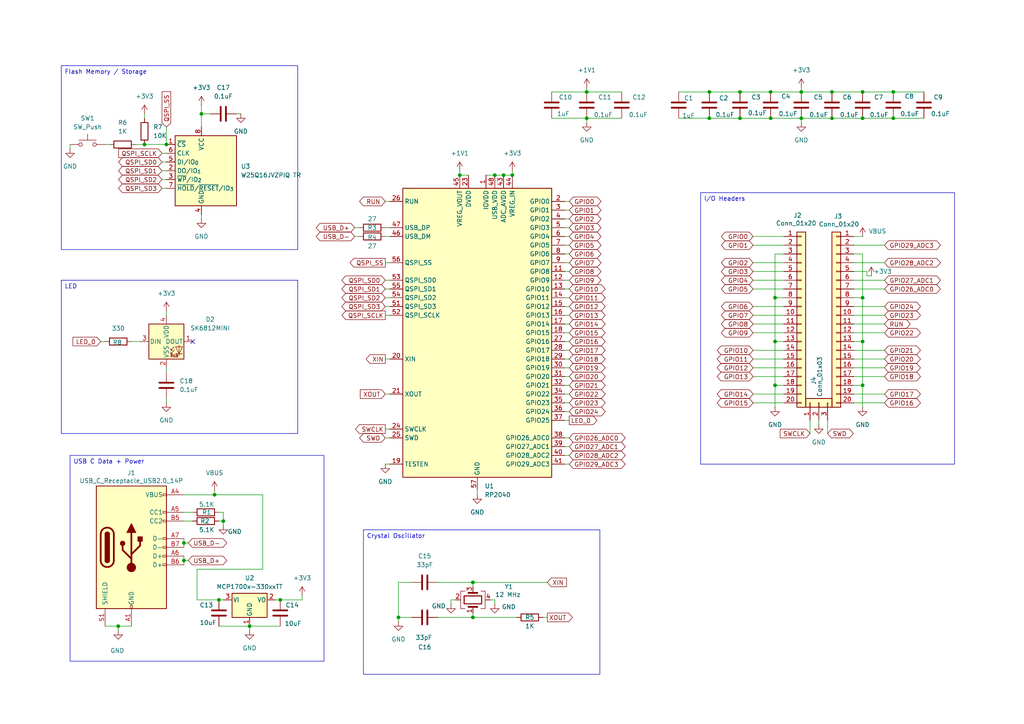
<source format=kicad_sch>
(kicad_sch (version 20250114) (generator "eeschema") (generator_version "9.0")
  (paper "A4")
  (lib_symbols
    (symbol "Connector:USB_C_Receptacle_USB2.0_14P" (pin_names (offset 1.016))
      (property "Reference" "J" (at 0 22.225 0))
      (property "Value" "USB_C_Receptacle_USB2.0_14P" (at 0 19.685 0))
      (symbol "USB_C_Receptacle_USB2.0_14P_1_1"
        (pin passive line (at -7.62 -22.86 90) (length 5.08) (name "SHIELD") (number "S1"))
        (pin passive line (at 0 -22.86 90) (length 5.08) (name "GND") (number "A1"))
        (pin passive line (at 0 -22.86 90) (length 5.08) (hide yes) (name "GND") (number "A12"))
        (pin passive line (at 0 -22.86 90) (length 5.08) (hide yes) (name "GND") (number "B1"))
        (pin passive line (at 0 -22.86 90) (length 5.08) (hide yes) (name "GND") (number "B12"))
        (pin passive line (at 15.24 15.24 180) (length 5.08) (name "VBUS") (number "A4"))
        (pin passive line (at 15.24 15.24 180) (length 5.08) (hide yes) (name "VBUS") (number "A9"))
        (pin passive line (at 15.24 15.24 180) (length 5.08) (hide yes) (name "VBUS") (number "B4"))
        (pin passive line (at 15.24 15.24 180) (length 5.08) (hide yes) (name "VBUS") (number "B9"))
        (pin bidirectional line (at 15.24 10.16 180) (length 5.08) (name "CC1") (number "A5"))
        (pin bidirectional line (at 15.24 7.62 180) (length 5.08) (name "CC2") (number "B5"))
        (pin bidirectional line (at 15.24 2.54 180) (length 5.08) (name "D-") (number "A7"))
        (pin bidirectional line (at 15.24 0 180) (length 5.08) (name "D-") (number "B7"))
        (pin bidirectional line (at 15.24 -2.54 180) (length 5.08) (name "D+") (number "A6"))
        (pin bidirectional line (at 15.24 -5.08 180) (length 5.08) (name "D+") (number "B6"))
      )
    )
    (symbol "Connector_Generic:Conn_01x03" (pin_names (offset 1.016) (hide yes))
      (property "Reference" "J" (at 0 5.08 0))
      (property "Value" "Conn_01x03" (at 0 -5.08 0))
      (symbol "Conn_01x03_1_1"
        (pin passive line (at -5.08 2.54 0) (length 3.81) (name "Pin_1") (number "1"))
        (pin passive line (at -5.08 0 0) (length 3.81) (name "Pin_2") (number "2"))
        (pin passive line (at -5.08 -2.54 0) (length 3.81) (name "Pin_3") (number "3"))
      )
    )
    (symbol "Connector_Generic:Conn_01x20" (pin_names (offset 1.016) (hide yes))
      (property "Reference" "J" (at 0 25.4 0))
      (property "Value" "Conn_01x20" (at 0 -27.94 0))
      (symbol "Conn_01x20_1_1"
        (pin passive line (at -5.08 22.86 0) (length 3.81) (name "Pin_1") (number "1"))
        (pin passive line (at -5.08 20.32 0) (length 3.81) (name "Pin_2") (number "2"))
        (pin passive line (at -5.08 17.78 0) (length 3.81) (name "Pin_3") (number "3"))
        (pin passive line (at -5.08 15.24 0) (length 3.81) (name "Pin_4") (number "4"))
        (pin passive line (at -5.08 12.7 0) (length 3.81) (name "Pin_5") (number "5"))
        (pin passive line (at -5.08 10.16 0) (length 3.81) (name "Pin_6") (number "6"))
        (pin passive line (at -5.08 7.62 0) (length 3.81) (name "Pin_7") (number "7"))
        (pin passive line (at -5.08 5.08 0) (length 3.81) (name "Pin_8") (number "8"))
        (pin passive line (at -5.08 2.54 0) (length 3.81) (name "Pin_9") (number "9"))
        (pin passive line (at -5.08 0 0) (length 3.81) (name "Pin_10") (number "10"))
        (pin passive line (at -5.08 -2.54 0) (length 3.81) (name "Pin_11") (number "11"))
        (pin passive line (at -5.08 -5.08 0) (length 3.81) (name "Pin_12") (number "12"))
        (pin passive line (at -5.08 -7.62 0) (length 3.81) (name "Pin_13") (number "13"))
        (pin passive line (at -5.08 -10.16 0) (length 3.81) (name "Pin_14") (number "14"))
        (pin passive line (at -5.08 -12.7 0) (length 3.81) (name "Pin_15") (number "15"))
        (pin passive line (at -5.08 -15.24 0) (length 3.81) (name "Pin_16") (number "16"))
        (pin passive line (at -5.08 -17.78 0) (length 3.81) (name "Pin_17") (number "17"))
        (pin passive line (at -5.08 -20.32 0) (length 3.81) (name "Pin_18") (number "18"))
        (pin passive line (at -5.08 -22.86 0) (length 3.81) (name "Pin_19") (number "19"))
        (pin passive line (at -5.08 -25.4 0) (length 3.81) (name "Pin_20") (number "20"))
      )
    )
    (symbol "Device:C" (pin_numbers (hide yes)) (pin_names (offset 0.254))
      (property "Reference" "C" (at 0.635 2.54 0))
      (property "Value" "C" (at 0.635 -2.54 0))
      (symbol "C_1_1"
        (pin passive line (at 0 3.81 270) (length 2.794) (name "~") (number "1"))
        (pin passive line (at 0 -3.81 90) (length 2.794) (name "~") (number "2"))
      )
    )
    (symbol "Device:Crystal_GND24" (pin_names (offset 1.016) (hide yes))
      (property "Reference" "Y" (at 3.175 5.08 0))
      (property "Value" "Crystal_GND24" (at 3.175 3.175 0))
      (symbol "Crystal_GND24_1_1"
        (pin passive line (at -3.81 0 0) (length 1.27) (name "1") (number "1"))
        (pin passive line (at 0 5.08 270) (length 1.27) (name "2") (number "2"))
        (pin passive line (at 0 -5.08 90) (length 1.27) (name "4") (number "4"))
        (pin passive line (at 3.81 0 180) (length 1.27) (name "3") (number "3"))
      )
    )
    (symbol "Device:R" (pin_numbers (hide yes)) (pin_names (offset 0))
      (property "Reference" "R" (at 2.032 0 90))
      (property "Value" "R" (at 0 0 90))
      (symbol "R_1_1"
        (pin passive line (at 0 3.81 270) (length 1.27) (name "~") (number "1"))
        (pin passive line (at 0 -3.81 90) (length 1.27) (name "~") (number "2"))
      )
    )
    (symbol "LED:SK6812MINI" (pin_names (offset 0.254))
      (property "Reference" "D" (at 5.08 5.715 0))
      (property "Value" "SK6812MINI" (at 1.27 -5.715 0))
      (symbol "SK6812MINI_0_0"
        (text "RGB" (at 2.286 -4.191 0) (effects (font (size 0.762 0.762))))
      )
      (symbol "SK6812MINI_1_1"
        (pin input line (at -7.62 0 0) (length 2.54) (name "DIN") (number "3"))
        (pin power_in line (at 0 7.62 270) (length 2.54) (name "VDD") (number "4"))
        (pin power_in line (at 0 -7.62 90) (length 2.54) (name "VSS") (number "2"))
        (pin output line (at 7.62 0 180) (length 2.54) (name "DOUT") (number "1"))
      )
    )
    (symbol "MCU_RaspberryPi:RP2040"
      (property "Reference" "U" (at 17.78 45.72 0))
      (property "Value" "RP2040" (at 17.78 43.18 0))
      (symbol "RP2040_1_1"
        (pin input line (at -25.4 38.1 0) (length 3.81) (name "RUN") (number "26"))
        (pin bidirectional line (at -25.4 30.48 0) (length 3.81) (name "USB_DP") (number "47"))
        (pin bidirectional line (at -25.4 27.94 0) (length 3.81) (name "USB_DM") (number "46"))
        (pin bidirectional line (at -25.4 20.32 0) (length 3.81) (name "QSPI_SS") (number "56"))
        (pin bidirectional line (at -25.4 15.24 0) (length 3.81) (name "QSPI_SD0") (number "53"))
        (pin bidirectional line (at -25.4 12.7 0) (length 3.81) (name "QSPI_SD1") (number "55"))
        (pin bidirectional line (at -25.4 10.16 0) (length 3.81) (name "QSPI_SD2") (number "54"))
        (pin bidirectional line (at -25.4 7.62 0) (length 3.81) (name "QSPI_SD3") (number "51"))
        (pin output line (at -25.4 5.08 0) (length 3.81) (name "QSPI_SCLK") (number "52"))
        (pin input line (at -25.4 -7.62 0) (length 3.81) (name "XIN") (number "20"))
        (pin passive line (at -25.4 -17.78 0) (length 3.81) (name "XOUT") (number "21"))
        (pin input line (at -25.4 -27.94 0) (length 3.81) (name "SWCLK") (number "24"))
        (pin bidirectional line (at -25.4 -30.48 0) (length 3.81) (name "SWD") (number "25"))
        (pin input line (at -25.4 -38.1 0) (length 3.81) (name "TESTEN") (number "19"))
        (pin power_out line (at -5.08 45.72 270) (length 3.81) (name "VREG_VOUT") (number "45"))
        (pin power_in line (at -2.54 45.72 270) (length 3.81) (name "DVDD") (number "23"))
        (pin passive line (at -2.54 45.72 270) (length 3.81) (hide yes) (name "DVDD") (number "50"))
        (pin power_in line (at 0 -45.72 90) (length 3.81) (name "GND") (number "57"))
        (pin power_in line (at 2.54 45.72 270) (length 3.81) (name "IOVDD") (number "1"))
        (pin passive line (at 2.54 45.72 270) (length 3.81) (hide yes) (name "IOVDD") (number "10"))
        (pin passive line (at 2.54 45.72 270) (length 3.81) (hide yes) (name "IOVDD") (number "22"))
        (pin passive line (at 2.54 45.72 270) (length 3.81) (hide yes) (name "IOVDD") (number "33"))
        (pin passive line (at 2.54 45.72 270) (length 3.81) (hide yes) (name "IOVDD") (number "42"))
        (pin passive line (at 2.54 45.72 270) (length 3.81) (hide yes) (name "IOVDD") (number "49"))
        (pin power_in line (at 5.08 45.72 270) (length 3.81) (name "USB_VDD") (number "48"))
        (pin power_in line (at 7.62 45.72 270) (length 3.81) (name "ADC_AVDD") (number "43"))
        (pin power_in line (at 10.16 45.72 270) (length 3.81) (name "VREG_IN") (number "44"))
        (pin bidirectional line (at 25.4 38.1 180) (length 3.81) (name "GPIO0") (number "2"))
        (pin bidirectional line (at 25.4 35.56 180) (length 3.81) (name "GPIO1") (number "3"))
        (pin bidirectional line (at 25.4 33.02 180) (length 3.81) (name "GPIO2") (number "4"))
        (pin bidirectional line (at 25.4 30.48 180) (length 3.81) (name "GPIO3") (number "5"))
        (pin bidirectional line (at 25.4 27.94 180) (length 3.81) (name "GPIO4") (number "6"))
        (pin bidirectional line (at 25.4 25.4 180) (length 3.81) (name "GPIO5") (number "7"))
        (pin bidirectional line (at 25.4 22.86 180) (length 3.81) (name "GPIO6") (number "8"))
        (pin bidirectional line (at 25.4 20.32 180) (length 3.81) (name "GPIO7") (number "9"))
        (pin bidirectional line (at 25.4 17.78 180) (length 3.81) (name "GPIO8") (number "11"))
        (pin bidirectional line (at 25.4 15.24 180) (length 3.81) (name "GPIO9") (number "12"))
        (pin bidirectional line (at 25.4 12.7 180) (length 3.81) (name "GPIO10") (number "13"))
        (pin bidirectional line (at 25.4 10.16 180) (length 3.81) (name "GPIO11") (number "14"))
        (pin bidirectional line (at 25.4 7.62 180) (length 3.81) (name "GPIO12") (number "15"))
        (pin bidirectional line (at 25.4 5.08 180) (length 3.81) (name "GPIO13") (number "16"))
        (pin bidirectional line (at 25.4 2.54 180) (length 3.81) (name "GPIO14") (number "17"))
        (pin bidirectional line (at 25.4 0 180) (length 3.81) (name "GPIO15") (number "18"))
        (pin bidirectional line (at 25.4 -2.54 180) (length 3.81) (name "GPIO16") (number "27"))
        (pin bidirectional line (at 25.4 -5.08 180) (length 3.81) (name "GPIO17") (number "28"))
        (pin bidirectional line (at 25.4 -7.62 180) (length 3.81) (name "GPIO18") (number "29"))
        (pin bidirectional line (at 25.4 -10.16 180) (length 3.81) (name "GPIO19") (number "30"))
        (pin bidirectional line (at 25.4 -12.7 180) (length 3.81) (name "GPIO20") (number "31"))
        (pin bidirectional line (at 25.4 -15.24 180) (length 3.81) (name "GPIO21") (number "32"))
        (pin bidirectional line (at 25.4 -17.78 180) (length 3.81) (name "GPIO22") (number "34"))
        (pin bidirectional line (at 25.4 -20.32 180) (length 3.81) (name "GPIO23") (number "35"))
        (pin bidirectional line (at 25.4 -22.86 180) (length 3.81) (name "GPIO24") (number "36"))
        (pin bidirectional line (at 25.4 -25.4 180) (length 3.81) (name "GPIO25") (number "37"))
        (pin bidirectional line (at 25.4 -30.48 180) (length 3.81) (name "GPIO26_ADC0") (number "38"))
        (pin bidirectional line (at 25.4 -33.02 180) (length 3.81) (name "GPIO27_ADC1") (number "39"))
        (pin bidirectional line (at 25.4 -35.56 180) (length 3.81) (name "GPIO28_ADC2") (number "40"))
        (pin bidirectional line (at 25.4 -38.1 180) (length 3.81) (name "GPIO29_ADC3") (number "41"))
      )
    )
    (symbol "Memory_Flash:W25Q128JVS"
      (property "Reference" "U" (at -6.35 11.43 0))
      (property "Value" "W25Q128JVS" (at 7.62 11.43 0))
      (symbol "W25Q128JVS_1_1"
        (pin input line (at -10.16 7.62 0) (length 2.54) (name "~{CS}") (number "1"))
        (pin input line (at -10.16 5.08 0) (length 2.54) (name "CLK") (number "6"))
        (pin bidirectional line (at -10.16 2.54 0) (length 2.54) (name "DI/IO_{0}") (number "5"))
        (pin bidirectional line (at -10.16 0 0) (length 2.54) (name "DO/IO_{1}") (number "2"))
        (pin bidirectional line (at -10.16 -2.54 0) (length 2.54) (name "~{WP}/IO_{2}") (number "3"))
        (pin bidirectional line (at -10.16 -5.08 0) (length 2.54) (name "~{HOLD}/~{RESET}/IO_{3}") (number "7"))
        (pin power_in line (at 0 12.7 270) (length 2.54) (name "VCC") (number "8"))
        (pin power_in line (at 0 -12.7 90) (length 2.54) (name "GND") (number "4"))
      )
    )
    (symbol "Regulator_Linear:MCP1700x-330xxTT" (pin_names (offset 0.254))
      (property "Reference" "U" (at -3.81 3.175 0))
      (property "Value" "MCP1700x-330xxTT" (at 0 3.175 0))
      (symbol "MCP1700x-330xxTT_1_1"
        (pin power_in line (at -7.62 0 0) (length 2.54) (name "VI") (number "3"))
        (pin power_in line (at 0 -7.62 90) (length 2.54) (name "GND") (number "1"))
        (pin power_out line (at 7.62 0 180) (length 2.54) (name "VO") (number "2"))
      )
    )
    (symbol "Switch:SW_Push" (pin_numbers (hide yes)) (pin_names (offset 1.016) (hide yes))
      (property "Reference" "SW" (at 1.27 2.54 0))
      (property "Value" "SW_Push" (at 0 -1.524 0))
      (symbol "SW_Push_0_1"
        (pin passive line (at -5.08 0 0) (length 2.54) (name "1") (number "1"))
        (pin passive line (at 5.08 0 180) (length 2.54) (name "2") (number "2"))
      )
    )
    (symbol "power:+1V1" (power) (pin_numbers (hide yes)) (pin_names (offset 0) (hide yes))
      (property "Value" "+1V1" (at 0 3.556 0))
      (symbol "+1V1_1_1"
        (pin power_in line (at 0 0 90) (length 0) (name "~") (number "1"))
      )
    )
    (symbol "power:+3V3" (power) (pin_numbers (hide yes)) (pin_names (offset 0) (hide yes))
      (property "Value" "+3V3" (at 0 3.556 0))
      (symbol "+3V3_1_1"
        (pin power_in line (at 0 0 90) (length 0) (name "~") (number "1"))
      )
    )
    (symbol "power:GND" (power) (pin_numbers (hide yes)) (pin_names (offset 0) (hide yes))
      (property "Value" "GND" (at 0 -3.81 0))
      (symbol "GND_1_1"
        (pin power_in line (at 0 0 270) (length 0) (name "~") (number "1"))
      )
    )
    (symbol "power:VBUS" (power) (pin_numbers (hide yes)) (pin_names (offset 0) (hide yes))
      (property "Value" "VBUS" (at 0 3.556 0))
      (symbol "VBUS_1_1"
        (pin power_in line (at 0 0 90) (length 0) (name "~") (number "1"))
      )
    )
  )
  (text_box "Crystal Oscillator" (at 105.41 153.67 0) (size 68.58 41.91) (margins 0.9525 0.9525 0.9525 0.9525) (effects (font (size 1.27 1.27)) (justify left top)))
  (text_box "Flash Memory / Storage" (at 17.78 19.05 0) (size 68.58 53.34) (margins 0.9525 0.9525 0.9525 0.9525) (effects (font (size 1.27 1.27)) (justify left top)))
  (text_box "I/O Headers" (at 203.2 55.88 0) (size 73.66 78.74) (margins 0.9525 0.9525 0.9525 0.9525) (effects (font (size 1.27 1.27)) (justify left top)))
  (text_box "USB C Data + Power" (at 20.32 132.08 0) (size 73.66 59.69) (margins 0.9525 0.9525 0.9525 0.9525) (effects (font (size 1.27 1.27)) (justify left top)))
  (text_box "LED" (at 17.78 81.28 0) (size 68.58 44.45) (margins 0.9525 0.9525 0.9525 0.9525) (effects (font (size 1.27 1.27)) (justify left top)))
  (junction (at 223.52 26.67))
  (junction (at 133.35 50.8))
  (junction (at 214.63 26.67))
  (junction (at 143.51 50.8))
  (junction (at 148.59 50.8))
  (junction (at 224.79 86.36))
  (junction (at 250.19 111.76))
  (junction (at 250.19 34.29))
  (junction (at 81.28 173.99))
  (junction (at 62.23 143.51))
  (junction (at 241.3 26.67))
  (junction (at 64.77 151.13))
  (junction (at 170.18 26.67))
  (junction (at 34.29 181.61))
  (junction (at 170.18 34.29))
  (junction (at 53.34 157.48))
  (junction (at 137.16 179.07))
  (junction (at 250.19 99.06))
  (junction (at 232.41 26.67))
  (junction (at 48.26 41.91))
  (junction (at 214.63 34.29))
  (junction (at 250.19 26.67))
  (junction (at 115.57 179.07))
  (junction (at 259.08 26.67))
  (junction (at 205.74 26.67))
  (junction (at 205.74 34.29))
  (junction (at 250.19 86.36))
  (junction (at 146.05 50.8))
  (junction (at 41.91 41.91))
  (junction (at 72.39 181.61))
  (junction (at 232.41 34.29))
  (junction (at 137.16 168.91))
  (junction (at 259.08 34.29))
  (junction (at 224.79 111.76))
  (junction (at 53.34 162.56))
  (junction (at 63.5 173.99))
  (junction (at 224.79 99.06))
  (junction (at 223.52 34.29))
  (junction (at 58.42 33.02))
  (junction (at 241.3 34.29))
  (no_connect (at 55.88 99.06))
  (wire (pts (xy 163.83 96.52) (xy 165.1 96.52)))
  (wire (pts (xy 163.83 114.3) (xy 165.1 114.3)))
  (wire (pts (xy 247.65 109.22) (xy 256.54 109.22)))
  (wire (pts (xy 224.79 73.66) (xy 224.79 86.36)))
  (wire (pts (xy 143.51 173.99) (xy 142.24 173.99)))
  (wire (pts (xy 250.19 86.36) (xy 250.19 99.06)))
  (wire (pts (xy 241.3 26.67) (xy 250.19 26.67)))
  (wire (pts (xy 119.38 168.91) (xy 115.57 168.91)))
  (wire (pts (xy 240.03 121.92) (xy 240.03 125.73)))
  (wire (pts (xy 137.16 168.91) (xy 137.16 170.18)))
  (wire (pts (xy 58.42 30.48) (xy 58.42 33.02)))
  (wire (pts (xy 163.83 76.2) (xy 165.1 76.2)))
  (wire (pts (xy 224.79 99.06) (xy 227.33 99.06)))
  (wire (pts (xy 115.57 179.07) (xy 119.38 179.07)))
  (wire (pts (xy 170.18 34.29) (xy 170.18 35.56)))
  (wire (pts (xy 62.23 143.51) (xy 76.2 143.51)))
  (wire (pts (xy 163.83 119.38) (xy 165.1 119.38)))
  (wire (pts (xy 218.44 93.98) (xy 227.33 93.98)))
  (wire (pts (xy 224.79 99.06) (xy 224.79 111.76)))
  (wire (pts (xy 250.19 26.67) (xy 259.08 26.67)))
  (wire (pts (xy 205.74 34.29) (xy 214.63 34.29)))
  (wire (pts (xy 259.08 34.29) (xy 267.97 34.29)))
  (wire (pts (xy 102.87 68.58) (xy 104.14 68.58)))
  (wire (pts (xy 241.3 34.29) (xy 250.19 34.29)))
  (wire (pts (xy 247.65 114.3) (xy 256.54 114.3)))
  (wire (pts (xy 53.34 156.21) (xy 53.34 157.48)))
  (wire (pts (xy 143.51 175.26) (xy 143.51 173.99)))
  (wire (pts (xy 163.83 86.36) (xy 165.1 86.36)))
  (wire (pts (xy 247.65 88.9) (xy 256.54 88.9)))
  (wire (pts (xy 111.76 76.2) (xy 113.03 76.2)))
  (wire (pts (xy 111.76 66.04) (xy 113.03 66.04)))
  (wire (pts (xy 247.65 96.52) (xy 256.54 96.52)))
  (wire (pts (xy 247.65 71.12) (xy 256.54 71.12)))
  (wire (pts (xy 102.87 66.04) (xy 104.14 66.04)))
  (wire (pts (xy 76.2 165.1) (xy 57.15 165.1)))
  (wire (pts (xy 46.99 46.99) (xy 48.26 46.99)))
  (wire (pts (xy 111.76 58.42) (xy 113.03 58.42)))
  (wire (pts (xy 227.33 73.66) (xy 224.79 73.66)))
  (wire (pts (xy 58.42 62.23) (xy 58.42 63.5)))
  (wire (pts (xy 218.44 116.84) (xy 227.33 116.84)))
  (wire (pts (xy 111.76 124.46) (xy 113.03 124.46)))
  (wire (pts (xy 111.76 104.14) (xy 113.03 104.14)))
  (wire (pts (xy 137.16 179.07) (xy 149.86 179.07)))
  (wire (pts (xy 163.83 73.66) (xy 165.1 73.66)))
  (wire (pts (xy 232.41 34.29) (xy 241.3 34.29)))
  (wire (pts (xy 63.5 181.61) (xy 72.39 181.61)))
  (wire (pts (xy 163.83 88.9) (xy 165.1 88.9)))
  (wire (pts (xy 132.08 173.99) (xy 130.81 173.99)))
  (wire (pts (xy 247.65 104.14) (xy 256.54 104.14)))
  (wire (pts (xy 34.29 181.61) (xy 34.29 182.88)))
  (wire (pts (xy 53.34 161.29) (xy 53.34 162.56)))
  (wire (pts (xy 196.85 26.67) (xy 205.74 26.67)))
  (wire (pts (xy 143.51 50.8) (xy 146.05 50.8)))
  (wire (pts (xy 218.44 68.58) (xy 227.33 68.58)))
  (wire (pts (xy 247.65 68.58) (xy 250.19 68.58)))
  (wire (pts (xy 148.59 49.53) (xy 148.59 50.8)))
  (wire (pts (xy 53.34 157.48) (xy 53.34 158.75)))
  (wire (pts (xy 63.5 148.59) (xy 64.77 148.59)))
  (wire (pts (xy 218.44 88.9) (xy 227.33 88.9)))
  (wire (pts (xy 247.65 78.74) (xy 251.46 78.74)))
  (wire (pts (xy 63.5 151.13) (xy 64.77 151.13)))
  (wire (pts (xy 72.39 181.61) (xy 81.28 181.61)))
  (wire (pts (xy 250.19 99.06) (xy 250.19 111.76)))
  (wire (pts (xy 247.65 106.68) (xy 256.54 106.68)))
  (wire (pts (xy 247.65 111.76) (xy 250.19 111.76)))
  (wire (pts (xy 111.76 88.9) (xy 113.03 88.9)))
  (wire (pts (xy 41.91 41.91) (xy 48.26 41.91)))
  (wire (pts (xy 251.46 78.74) (xy 251.46 80.01)))
  (wire (pts (xy 247.65 116.84) (xy 256.54 116.84)))
  (wire (pts (xy 259.08 26.67) (xy 267.97 26.67)))
  (wire (pts (xy 223.52 34.29) (xy 232.41 34.29)))
  (wire (pts (xy 163.83 106.68) (xy 165.1 106.68)))
  (wire (pts (xy 137.16 179.07) (xy 137.16 177.8)))
  (wire (pts (xy 68.58 33.02) (xy 69.85 33.02)))
  (wire (pts (xy 232.41 25.4) (xy 232.41 26.67)))
  (wire (pts (xy 38.1 99.06) (xy 40.64 99.06)))
  (wire (pts (xy 72.39 181.61) (xy 72.39 182.88)))
  (wire (pts (xy 163.83 132.08) (xy 165.1 132.08)))
  (wire (pts (xy 53.34 162.56) (xy 54.61 162.56)))
  (wire (pts (xy 224.79 86.36) (xy 227.33 86.36)))
  (wire (pts (xy 163.83 78.74) (xy 165.1 78.74)))
  (wire (pts (xy 218.44 83.82) (xy 227.33 83.82)))
  (wire (pts (xy 196.85 34.29) (xy 205.74 34.29)))
  (wire (pts (xy 218.44 91.44) (xy 227.33 91.44)))
  (wire (pts (xy 53.34 157.48) (xy 54.61 157.48)))
  (wire (pts (xy 163.83 81.28) (xy 165.1 81.28)))
  (wire (pts (xy 111.76 134.62) (xy 113.03 134.62)))
  (wire (pts (xy 48.26 115.57) (xy 48.26 116.84)))
  (wire (pts (xy 48.26 36.83) (xy 48.26 41.91)))
  (wire (pts (xy 234.95 121.92) (xy 234.95 125.73)))
  (wire (pts (xy 53.34 162.56) (xy 53.34 163.83)))
  (wire (pts (xy 111.76 114.3) (xy 113.03 114.3)))
  (wire (pts (xy 247.65 86.36) (xy 250.19 86.36)))
  (wire (pts (xy 80.01 173.99) (xy 81.28 173.99)))
  (wire (pts (xy 232.41 34.29) (xy 232.41 35.56)))
  (wire (pts (xy 53.34 143.51) (xy 62.23 143.51)))
  (wire (pts (xy 29.21 99.06) (xy 30.48 99.06)))
  (wire (pts (xy 64.77 148.59) (xy 64.77 151.13)))
  (wire (pts (xy 111.76 68.58) (xy 113.03 68.58)))
  (wire (pts (xy 170.18 26.67) (xy 180.34 26.67)))
  (wire (pts (xy 218.44 81.28) (xy 227.33 81.28)))
  (wire (pts (xy 163.83 66.04) (xy 165.1 66.04)))
  (wire (pts (xy 218.44 78.74) (xy 227.33 78.74)))
  (wire (pts (xy 218.44 96.52) (xy 227.33 96.52)))
  (wire (pts (xy 163.83 71.12) (xy 165.1 71.12)))
  (wire (pts (xy 165.1 121.92) (xy 163.83 121.92)))
  (wire (pts (xy 53.34 148.59) (xy 55.88 148.59)))
  (wire (pts (xy 163.83 91.44) (xy 165.1 91.44)))
  (wire (pts (xy 163.83 63.5) (xy 165.1 63.5)))
  (wire (pts (xy 247.65 73.66) (xy 250.19 73.66)))
  (wire (pts (xy 62.23 142.24) (xy 62.23 143.51)))
  (wire (pts (xy 58.42 33.02) (xy 58.42 36.83)))
  (wire (pts (xy 127 168.91) (xy 137.16 168.91)))
  (wire (pts (xy 224.79 86.36) (xy 224.79 99.06)))
  (wire (pts (xy 163.83 109.22) (xy 165.1 109.22)))
  (wire (pts (xy 130.81 173.99) (xy 130.81 175.26)))
  (wire (pts (xy 34.29 181.61) (xy 38.1 181.61)))
  (wire (pts (xy 170.18 34.29) (xy 180.34 34.29)))
  (wire (pts (xy 218.44 71.12) (xy 227.33 71.12)))
  (wire (pts (xy 224.79 111.76) (xy 224.79 118.11)))
  (wire (pts (xy 251.46 80.01) (xy 252.73 80.01)))
  (wire (pts (xy 87.63 172.72) (xy 87.63 173.99)))
  (wire (pts (xy 81.28 173.99) (xy 87.63 173.99)))
  (wire (pts (xy 163.83 134.62) (xy 165.1 134.62)))
  (wire (pts (xy 223.52 26.67) (xy 232.41 26.67)))
  (wire (pts (xy 163.83 116.84) (xy 165.1 116.84)))
  (wire (pts (xy 247.65 81.28) (xy 256.54 81.28)))
  (wire (pts (xy 218.44 101.6) (xy 227.33 101.6)))
  (wire (pts (xy 53.34 151.13) (xy 55.88 151.13)))
  (wire (pts (xy 137.16 168.91) (xy 158.75 168.91)))
  (wire (pts (xy 46.99 54.61) (xy 48.26 54.61)))
  (wire (pts (xy 247.65 99.06) (xy 250.19 99.06)))
  (wire (pts (xy 20.32 41.91) (xy 20.32 43.18)))
  (wire (pts (xy 163.83 104.14) (xy 165.1 104.14)))
  (wire (pts (xy 111.76 127) (xy 113.03 127)))
  (wire (pts (xy 48.26 90.17) (xy 48.26 91.44)))
  (wire (pts (xy 63.5 173.99) (xy 64.77 173.99)))
  (wire (pts (xy 57.15 165.1) (xy 57.15 173.99)))
  (wire (pts (xy 64.77 151.13) (xy 64.77 152.4)))
  (wire (pts (xy 160.02 26.67) (xy 170.18 26.67)))
  (wire (pts (xy 232.41 26.67) (xy 241.3 26.67)))
  (wire (pts (xy 160.02 34.29) (xy 170.18 34.29)))
  (wire (pts (xy 247.65 101.6) (xy 256.54 101.6)))
  (wire (pts (xy 163.83 93.98) (xy 165.1 93.98)))
  (wire (pts (xy 214.63 26.67) (xy 223.52 26.67)))
  (wire (pts (xy 218.44 106.68) (xy 227.33 106.68)))
  (wire (pts (xy 115.57 168.91) (xy 115.57 179.07)))
  (wire (pts (xy 218.44 114.3) (xy 227.33 114.3)))
  (wire (pts (xy 111.76 86.36) (xy 113.03 86.36)))
  (wire (pts (xy 163.83 99.06) (xy 165.1 99.06)))
  (wire (pts (xy 76.2 143.51) (xy 76.2 165.1)))
  (wire (pts (xy 250.19 73.66) (xy 250.19 86.36)))
  (wire (pts (xy 218.44 109.22) (xy 227.33 109.22)))
  (wire (pts (xy 247.65 91.44) (xy 256.54 91.44)))
  (wire (pts (xy 170.18 25.4) (xy 170.18 26.67)))
  (wire (pts (xy 250.19 34.29) (xy 259.08 34.29)))
  (wire (pts (xy 218.44 76.2) (xy 227.33 76.2)))
  (wire (pts (xy 247.65 93.98) (xy 256.54 93.98)))
  (wire (pts (xy 163.83 83.82) (xy 165.1 83.82)))
  (wire (pts (xy 146.05 50.8) (xy 148.59 50.8)))
  (wire (pts (xy 111.76 91.44) (xy 113.03 91.44)))
  (wire (pts (xy 46.99 44.45) (xy 48.26 44.45)))
  (wire (pts (xy 163.83 101.6) (xy 165.1 101.6)))
  (wire (pts (xy 157.48 179.07) (xy 158.75 179.07)))
  (wire (pts (xy 41.91 33.02) (xy 41.91 34.29)))
  (wire (pts (xy 163.83 129.54) (xy 165.1 129.54)))
  (wire (pts (xy 250.19 111.76) (xy 250.19 118.11)))
  (wire (pts (xy 140.97 50.8) (xy 143.51 50.8)))
  (wire (pts (xy 218.44 104.14) (xy 227.33 104.14)))
  (wire (pts (xy 46.99 49.53) (xy 48.26 49.53)))
  (wire (pts (xy 48.26 106.68) (xy 48.26 107.95)))
  (wire (pts (xy 111.76 81.28) (xy 113.03 81.28)))
  (wire (pts (xy 57.15 173.99) (xy 63.5 173.99)))
  (wire (pts (xy 247.65 76.2) (xy 256.54 76.2)))
  (wire (pts (xy 224.79 111.76) (xy 227.33 111.76)))
  (wire (pts (xy 127 179.07) (xy 137.16 179.07)))
  (wire (pts (xy 214.63 34.29) (xy 223.52 34.29)))
  (wire (pts (xy 163.83 127) (xy 165.1 127)))
  (wire (pts (xy 247.65 83.82) (xy 256.54 83.82)))
  (wire (pts (xy 163.83 68.58) (xy 165.1 68.58)))
  (wire (pts (xy 115.57 179.07) (xy 115.57 180.34)))
  (wire (pts (xy 133.35 50.8) (xy 135.89 50.8)))
  (wire (pts (xy 58.42 33.02) (xy 60.96 33.02)))
  (wire (pts (xy 30.48 181.61) (xy 34.29 181.61)))
  (wire (pts (xy 39.37 41.91) (xy 41.91 41.91)))
  (wire (pts (xy 133.35 49.53) (xy 133.35 50.8)))
  (wire (pts (xy 111.76 83.82) (xy 113.03 83.82)))
  (wire (pts (xy 237.49 121.92) (xy 237.49 123.19)))
  (wire (pts (xy 138.43 142.24) (xy 138.43 143.51)))
  (wire (pts (xy 163.83 58.42) (xy 165.1 58.42)))
  (wire (pts (xy 30.48 41.91) (xy 31.75 41.91)))
  (wire (pts (xy 163.83 60.96) (xy 165.1 60.96)))
  (wire (pts (xy 205.74 26.67) (xy 214.63 26.67)))
  (wire (pts (xy 163.83 111.76) (xy 165.1 111.76)))
  (wire (pts (xy 46.99 52.07) (xy 48.26 52.07)))
  (global_label "GPIO7" (shape bidirectional) (at 218.44 91.44 180) (property "Intersheetrefs" "${INTERSHEET_REFS}" (effects (hide yes))))
  (global_label "GPIO22" (shape bidirectional) (at 165.1 114.3 0) (property "Intersheetrefs" "${INTERSHEET_REFS}" (effects (hide yes))))
  (global_label "GPIO14" (shape bidirectional) (at 218.44 114.3 180) (property "Intersheetrefs" "${INTERSHEET_REFS}" (effects (hide yes))))
  (global_label "GPIO13" (shape bidirectional) (at 165.1 91.44 0) (property "Intersheetrefs" "${INTERSHEET_REFS}" (effects (hide yes))))
  (global_label "QSPI_SS" (shape input) (at 48.26 36.83 90) (property "Intersheetrefs" "${INTERSHEET_REFS}" (effects (hide yes))))
  (global_label "GPIO26_ADC0" (shape bidirectional) (at 256.54 83.82 0) (property "Intersheetrefs" "${INTERSHEET_REFS}" (effects (hide yes))))
  (global_label "GPIO8" (shape bidirectional) (at 165.1 78.74 0) (property "Intersheetrefs" "${INTERSHEET_REFS}" (effects (hide yes))))
  (global_label "GPIO28_ADC2" (shape bidirectional) (at 165.1 132.08 0) (property "Intersheetrefs" "${INTERSHEET_REFS}" (effects (hide yes))))
  (global_label "LED_0" (shape output) (at 165.1 121.92 0) (property "Intersheetrefs" "${INTERSHEET_REFS}" (effects (hide yes))))
  (global_label "GPIO11" (shape bidirectional) (at 218.44 104.14 180) (property "Intersheetrefs" "${INTERSHEET_REFS}" (effects (hide yes))))
  (global_label "GPIO12" (shape bidirectional) (at 165.1 88.9 0) (property "Intersheetrefs" "${INTERSHEET_REFS}" (effects (hide yes))))
  (global_label "GPIO20" (shape bidirectional) (at 165.1 109.22 0) (property "Intersheetrefs" "${INTERSHEET_REFS}" (effects (hide yes))))
  (global_label "QSPI_SD2" (shape bidirectional) (at 111.76 86.36 180) (property "Intersheetrefs" "${INTERSHEET_REFS}" (effects (hide yes))))
  (global_label "QSPI_SD1" (shape bidirectional) (at 111.76 83.82 180) (property "Intersheetrefs" "${INTERSHEET_REFS}" (effects (hide yes))))
  (global_label "GPIO10" (shape bidirectional) (at 165.1 83.82 0) (property "Intersheetrefs" "${INTERSHEET_REFS}" (effects (hide yes))))
  (global_label "GPIO17" (shape bidirectional) (at 256.54 114.3 0) (property "Intersheetrefs" "${INTERSHEET_REFS}" (effects (hide yes))))
  (global_label "GPIO11" (shape bidirectional) (at 165.1 86.36 0) (property "Intersheetrefs" "${INTERSHEET_REFS}" (effects (hide yes))))
  (global_label "GPIO12" (shape bidirectional) (at 218.44 106.68 180) (property "Intersheetrefs" "${INTERSHEET_REFS}" (effects (hide yes))))
  (global_label "GPIO5" (shape bidirectional) (at 218.44 83.82 180) (property "Intersheetrefs" "${INTERSHEET_REFS}" (effects (hide yes))))
  (global_label "GPIO6" (shape bidirectional) (at 218.44 88.9 180) (property "Intersheetrefs" "${INTERSHEET_REFS}" (effects (hide yes))))
  (global_label "GPIO8" (shape bidirectional) (at 218.44 93.98 180) (property "Intersheetrefs" "${INTERSHEET_REFS}" (effects (hide yes))))
  (global_label "QSPI_SD2" (shape bidirectional) (at 46.99 52.07 180) (property "Intersheetrefs" "${INTERSHEET_REFS}" (effects (hide yes))))
  (global_label "GPIO4" (shape bidirectional) (at 165.1 68.58 0) (property "Intersheetrefs" "${INTERSHEET_REFS}" (effects (hide yes))))
  (global_label "GPIO16" (shape bidirectional) (at 256.54 116.84 0) (property "Intersheetrefs" "${INTERSHEET_REFS}" (effects (hide yes))))
  (global_label "LED_0" (shape input) (at 29.21 99.06 180) (property "Intersheetrefs" "${INTERSHEET_REFS}" (effects (hide yes))))
  (global_label "USB_D+" (shape bidirectional) (at 54.61 162.56 0) (property "Intersheetrefs" "${INTERSHEET_REFS}" (effects (hide yes))))
  (global_label "GPIO3" (shape bidirectional) (at 165.1 66.04 0) (property "Intersheetrefs" "${INTERSHEET_REFS}" (effects (hide yes))))
  (global_label "GPIO19" (shape bidirectional) (at 256.54 106.68 0) (property "Intersheetrefs" "${INTERSHEET_REFS}" (effects (hide yes))))
  (global_label "GPIO18" (shape bidirectional) (at 165.1 104.14 0) (property "Intersheetrefs" "${INTERSHEET_REFS}" (effects (hide yes))))
  (global_label "QSPI_SD3" (shape bidirectional) (at 111.76 88.9 180) (property "Intersheetrefs" "${INTERSHEET_REFS}" (effects (hide yes))))
  (global_label "GPIO0" (shape bidirectional) (at 165.1 58.42 0) (property "Intersheetrefs" "${INTERSHEET_REFS}" (effects (hide yes))))
  (global_label "GPIO21" (shape bidirectional) (at 256.54 101.6 0) (property "Intersheetrefs" "${INTERSHEET_REFS}" (effects (hide yes))))
  (global_label "GPIO18" (shape bidirectional) (at 256.54 109.22 0) (property "Intersheetrefs" "${INTERSHEET_REFS}" (effects (hide yes))))
  (global_label "GPIO13" (shape bidirectional) (at 218.44 109.22 180) (property "Intersheetrefs" "${INTERSHEET_REFS}" (effects (hide yes))))
  (global_label "GPIO14" (shape bidirectional) (at 165.1 93.98 0) (property "Intersheetrefs" "${INTERSHEET_REFS}" (effects (hide yes))))
  (global_label "GPIO0" (shape bidirectional) (at 218.44 68.58 180) (property "Intersheetrefs" "${INTERSHEET_REFS}" (effects (hide yes))))
  (global_label "GPIO7" (shape bidirectional) (at 165.1 76.2 0) (property "Intersheetrefs" "${INTERSHEET_REFS}" (effects (hide yes))))
  (global_label "GPIO16" (shape bidirectional) (at 165.1 99.06 0) (property "Intersheetrefs" "${INTERSHEET_REFS}" (effects (hide yes))))
  (global_label "GPIO3" (shape bidirectional) (at 218.44 78.74 180) (property "Intersheetrefs" "${INTERSHEET_REFS}" (effects (hide yes))))
  (global_label "GPIO4" (shape bidirectional) (at 218.44 81.28 180) (property "Intersheetrefs" "${INTERSHEET_REFS}" (effects (hide yes))))
  (global_label "GPIO10" (shape bidirectional) (at 218.44 101.6 180) (property "Intersheetrefs" "${INTERSHEET_REFS}" (effects (hide yes))))
  (global_label "QSPI_SD0" (shape bidirectional) (at 111.76 81.28 180) (property "Intersheetrefs" "${INTERSHEET_REFS}" (effects (hide yes))))
  (global_label "SWD" (shape bidirectional) (at 111.76 127 180) (property "Intersheetrefs" "${INTERSHEET_REFS}" (effects (hide yes))))
  (global_label "QSPI_SCLK" (shape input) (at 46.99 44.45 180) (property "Intersheetrefs" "${INTERSHEET_REFS}" (effects (hide yes))))
  (global_label "GPIO24" (shape bidirectional) (at 165.1 119.38 0) (property "Intersheetrefs" "${INTERSHEET_REFS}" (effects (hide yes))))
  (global_label "RUN" (shape bidirectional) (at 256.54 93.98 0) (property "Intersheetrefs" "${INTERSHEET_REFS}" (effects (hide yes))))
  (global_label "XOUT" (shape input) (at 111.76 114.3 180) (property "Intersheetrefs" "${INTERSHEET_REFS}" (effects (hide yes))))
  (global_label "SWCLK" (shape input) (at 234.95 125.73 180) (property "Intersheetrefs" "${INTERSHEET_REFS}" (effects (hide yes))))
  (global_label "GPIO20" (shape bidirectional) (at 256.54 104.14 0) (property "Intersheetrefs" "${INTERSHEET_REFS}" (effects (hide yes))))
  (global_label "QSPI_SD1" (shape bidirectional) (at 46.99 49.53 180) (property "Intersheetrefs" "${INTERSHEET_REFS}" (effects (hide yes))))
  (global_label "QSPI_SD0" (shape bidirectional) (at 46.99 46.99 180) (property "Intersheetrefs" "${INTERSHEET_REFS}" (effects (hide yes))))
  (global_label "XOUT" (shape output) (at 158.75 179.07 0) (property "Intersheetrefs" "${INTERSHEET_REFS}" (effects (hide yes))))
  (global_label "GPIO17" (shape bidirectional) (at 165.1 101.6 0) (property "Intersheetrefs" "${INTERSHEET_REFS}" (effects (hide yes))))
  (global_label "GPIO28_ADC2" (shape bidirectional) (at 256.54 76.2 0) (property "Intersheetrefs" "${INTERSHEET_REFS}" (effects (hide yes))))
  (global_label "USB_D+" (shape bidirectional) (at 102.87 66.04 180) (property "Intersheetrefs" "${INTERSHEET_REFS}" (effects (hide yes))))
  (global_label "XIN" (shape input) (at 158.75 168.91 0) (property "Intersheetrefs" "${INTERSHEET_REFS}" (effects (hide yes))))
  (global_label "GPIO5" (shape bidirectional) (at 165.1 71.12 0) (property "Intersheetrefs" "${INTERSHEET_REFS}" (effects (hide yes))))
  (global_label "GPIO26_ADC0" (shape bidirectional) (at 165.1 127 0) (property "Intersheetrefs" "${INTERSHEET_REFS}" (effects (hide yes))))
  (global_label "USB_D-" (shape bidirectional) (at 54.61 157.48 0) (property "Intersheetrefs" "${INTERSHEET_REFS}" (effects (hide yes))))
  (global_label "GPIO2" (shape bidirectional) (at 165.1 63.5 0) (property "Intersheetrefs" "${INTERSHEET_REFS}" (effects (hide yes))))
  (global_label "GPIO21" (shape bidirectional) (at 165.1 111.76 0) (property "Intersheetrefs" "${INTERSHEET_REFS}" (effects (hide yes))))
  (global_label "XIN" (shape output) (at 111.76 104.14 180) (property "Intersheetrefs" "${INTERSHEET_REFS}" (effects (hide yes))))
  (global_label "GPIO24" (shape bidirectional) (at 256.54 88.9 0) (property "Intersheetrefs" "${INTERSHEET_REFS}" (effects (hide yes))))
  (global_label "GPIO27_ADC1" (shape bidirectional) (at 165.1 129.54 0) (property "Intersheetrefs" "${INTERSHEET_REFS}" (effects (hide yes))))
  (global_label "GPIO1" (shape bidirectional) (at 218.44 71.12 180) (property "Intersheetrefs" "${INTERSHEET_REFS}" (effects (hide yes))))
  (global_label "GPIO6" (shape bidirectional) (at 165.1 73.66 0) (property "Intersheetrefs" "${INTERSHEET_REFS}" (effects (hide yes))))
  (global_label "GPIO23" (shape bidirectional) (at 165.1 116.84 0) (property "Intersheetrefs" "${INTERSHEET_REFS}" (effects (hide yes))))
  (global_label "GPIO22" (shape bidirectional) (at 256.54 96.52 0) (property "Intersheetrefs" "${INTERSHEET_REFS}" (effects (hide yes))))
  (global_label "QSPI_SCLK" (shape output) (at 111.76 91.44 180) (property "Intersheetrefs" "${INTERSHEET_REFS}" (effects (hide yes))))
  (global_label "USB_D-" (shape bidirectional) (at 102.87 68.58 180) (property "Intersheetrefs" "${INTERSHEET_REFS}" (effects (hide yes))))
  (global_label "SWCLK" (shape output) (at 111.76 124.46 180) (property "Intersheetrefs" "${INTERSHEET_REFS}" (effects (hide yes))))
  (global_label "QSPI_SD3" (shape bidirectional) (at 46.99 54.61 180) (property "Intersheetrefs" "${INTERSHEET_REFS}" (effects (hide yes))))
  (global_label "GPIO29_ADC3" (shape bidirectional) (at 256.54 71.12 0) (property "Intersheetrefs" "${INTERSHEET_REFS}" (effects (hide yes))))
  (global_label "GPIO15" (shape bidirectional) (at 165.1 96.52 0) (property "Intersheetrefs" "${INTERSHEET_REFS}" (effects (hide yes))))
  (global_label "QSPI_SS" (shape output) (at 111.76 76.2 180) (property "Intersheetrefs" "${INTERSHEET_REFS}" (effects (hide yes))))
  (global_label "GPIO29_ADC3" (shape bidirectional) (at 165.1 134.62 0) (property "Intersheetrefs" "${INTERSHEET_REFS}" (effects (hide yes))))
  (global_label "GPIO27_ADC1" (shape bidirectional) (at 256.54 81.28 0) (property "Intersheetrefs" "${INTERSHEET_REFS}" (effects (hide yes))))
  (global_label "RUN" (shape bidirectional) (at 111.76 58.42 180) (property "Intersheetrefs" "${INTERSHEET_REFS}" (effects (hide yes))))
  (global_label "GPIO9" (shape bidirectional) (at 218.44 96.52 180) (property "Intersheetrefs" "${INTERSHEET_REFS}" (effects (hide yes))))
  (global_label "GPIO15" (shape bidirectional) (at 218.44 116.84 180) (property "Intersheetrefs" "${INTERSHEET_REFS}" (effects (hide yes))))
  (global_label "GPIO9" (shape bidirectional) (at 165.1 81.28 0) (property "Intersheetrefs" "${INTERSHEET_REFS}" (effects (hide yes))))
  (global_label "GPIO19" (shape bidirectional) (at 165.1 106.68 0) (property "Intersheetrefs" "${INTERSHEET_REFS}" (effects (hide yes))))
  (global_label "GPIO1" (shape bidirectional) (at 165.1 60.96 0) (property "Intersheetrefs" "${INTERSHEET_REFS}" (effects (hide yes))))
  (global_label "GPIO23" (shape bidirectional) (at 256.54 91.44 0) (property "Intersheetrefs" "${INTERSHEET_REFS}" (effects (hide yes))))
  (global_label "GPIO2" (shape bidirectional) (at 218.44 76.2 180) (property "Intersheetrefs" "${INTERSHEET_REFS}" (effects (hide yes))))
  (global_label "SWD" (shape bidirectional) (at 240.03 125.73 0) (property "Intersheetrefs" "${INTERSHEET_REFS}" (effects (hide yes))))
  (symbol (lib_id "Switch:SW_Push") (at 25.4 41.91 0) (unit 1)
    (property "Reference" "SW1" (at 25.4 34.29 0))
    (property "Value" "SW_Push" (at 25.4 36.83 0))
    (property "Footprint" "Button_Switch_SMD:SW_Push_SPST_NO_Alps_SKRK" (effects (hide yes)))
    (property "Description" "Push button switch, generic, two pins" (effects (hide yes)))
  )
  (symbol (lib_id "power:VBUS") (at 250.19 68.58 0) (unit 1)
    (property "Reference" "#PWR026" (effects (hide yes)))
    (property "Value" "VBUS" (at 254.508 67.056 0))
    (property "Description" "Power symbol creates a global label with name \"VBUS\"" (effects (hide yes)))
  )
  (symbol (lib_id "power:+3V3") (at 58.42 30.48 0) (unit 1)
    (property "Reference" "#PWR016" (effects (hide yes)))
    (property "Value" "+3V3" (at 58.42 25.4 0))
    (property "Description" "Power symbol creates a global label with name \"+3V3\"" (effects (hide yes)))
  )
  (symbol (lib_id "power:+1V1") (at 170.18 25.4 0) (unit 1)
    (property "Reference" "#PWR06" (effects (hide yes)))
    (property "Value" "+1V1" (at 170.18 20.32 0))
    (property "Description" "Power symbol creates a global label with name \"+1V1\"" (effects (hide yes)))
  )
  (symbol (lib_id "Device:C") (at 241.3 30.48 0) (unit 1)
    (property "Reference" "C6" (at 244.348 28.194 0) (effects (justify left)))
    (property "Value" "0.1uF" (at 243.586 33.274 0) (effects (justify left)))
    (property "Footprint" "Capacitor_SMD:C_0402_1005Metric" (effects (hide yes)))
    (property "Description" "Unpolarized capacitor" (effects (hide yes)))
  )
  (symbol (lib_id "Device:Crystal_GND24") (at 137.16 173.99 90) (unit 1)
    (property "Reference" "Y1" (at 147.574 170.18 90))
    (property "Value" "12 MHz" (at 147.32 172.466 90))
    (property "Footprint" "Crystal:Crystal_SMD_3225-4Pin_3.2x2.5mm" (effects (hide yes)))
    (property "Description" "Four pin crystal, GND on pins 2 and 4" (effects (hide yes)))
  )
  (symbol (lib_id "Device:C") (at 267.97 30.48 0) (unit 1)
    (property "Reference" "C9" (at 270.764 28.194 0) (effects (justify left)))
    (property "Value" "0.1uF" (at 270.002 33.02 0) (effects (justify left)))
    (property "Footprint" "Capacitor_SMD:C_0402_1005Metric" (effects (hide yes)))
    (property "Description" "Unpolarized capacitor" (effects (hide yes)))
  )
  (symbol (lib_id "power:GND") (at 34.29 182.88 0) (unit 1)
    (property "Reference" "#PWR08" (effects (hide yes)))
    (property "Value" "GND" (at 34.036 188.722 0))
    (property "Description" "Power symbol creates a global label with name \"GND\" , ground" (effects (hide yes)))
  )
  (symbol (lib_id "Device:C") (at 123.19 168.91 90) (unit 1)
    (property "Reference" "C15" (at 123.19 161.29 90))
    (property "Value" "33pF" (at 123.19 163.83 90))
    (property "Footprint" "Capacitor_SMD:C_0402_1005Metric" (effects (hide yes)))
    (property "Description" "Unpolarized capacitor" (effects (hide yes)))
  )
  (symbol (lib_id "power:GND") (at 237.49 123.19 0) (unit 1)
    (property "Reference" "#PWR025" (effects (hide yes)))
    (property "Value" "GND" (at 237.49 128.27 0))
    (property "Description" "Power symbol creates a global label with name \"GND\" , ground" (effects (hide yes)))
  )
  (symbol (lib_id "Device:C") (at 205.74 30.48 0) (unit 1)
    (property "Reference" "C2" (at 208.534 28.448 0) (effects (justify left)))
    (property "Value" "0.1uF" (at 207.518 33.274 0) (effects (justify left)))
    (property "Footprint" "Capacitor_SMD:C_0402_1005Metric" (effects (hide yes)))
    (property "Description" "Unpolarized capacitor" (effects (hide yes)))
  )
  (symbol (lib_id "Device:C") (at 81.28 177.8 0) (unit 1)
    (property "Reference" "C14" (at 82.804 175.514 0) (effects (justify left)))
    (property "Value" "10uF" (at 82.55 180.848 0) (effects (justify left)))
    (property "Footprint" "Capacitor_SMD:C_0603_1608Metric" (effects (hide yes)))
    (property "Description" "Unpolarized capacitor" (effects (hide yes)))
  )
  (symbol (lib_id "LED:SK6812MINI") (at 48.26 99.06 0) (unit 1)
    (property "Reference" "D2" (at 60.96 92.6398 0))
    (property "Value" "SK6812MINI" (at 60.96 95.1798 0))
    (property "Footprint" "LED_SMD:LED_SK6812MINI_PLCC4_3.5x3.5mm_P1.75mm" (effects (hide yes)))
    (property "Datasheet" "https://cdn-shop.adafruit.com/product-files/2686/SK6812MINI_REV.01-1-2.pdf" (effects (hide yes)))
    (property "Description" "RGB LED with integrated controller" (effects (hide yes)))
  )
  (symbol (lib_id "Device:C") (at 259.08 30.48 0) (unit 1)
    (property "Reference" "C8" (at 262.382 27.94 0) (effects (justify left)))
    (property "Value" "0.1uF" (at 261.112 33.02 0) (effects (justify left)))
    (property "Footprint" "Capacitor_SMD:C_0402_1005Metric" (effects (hide yes)))
    (property "Description" "Unpolarized capacitor" (effects (hide yes)))
  )
  (symbol (lib_id "power:+3V3") (at 232.41 25.4 0) (unit 1)
    (property "Reference" "#PWR03" (effects (hide yes)))
    (property "Value" "+3V3" (at 232.41 20.32 0))
    (property "Description" "Power symbol creates a global label with name \"+3V3\"" (effects (hide yes)))
  )
  (symbol (lib_id "power:GND") (at 69.85 33.02 0) (unit 1)
    (property "Reference" "#PWR018" (effects (hide yes)))
    (property "Value" "GND" (at 69.85 38.1 0))
    (property "Description" "Power symbol creates a global label with name \"GND\" , ground" (effects (hide yes)))
  )
  (symbol (lib_id "Device:C") (at 214.63 30.48 0) (unit 1)
    (property "Reference" "C3" (at 217.932 28.194 0) (effects (justify left)))
    (property "Value" "0.1uF" (at 216.916 32.766 0) (effects (justify left)))
    (property "Footprint" "Capacitor_SMD:C_0402_1005Metric" (effects (hide yes)))
    (property "Description" "Unpolarized capacitor" (effects (hide yes)))
  )
  (symbol (lib_id "Memory_Flash:W25Q128JVS") (at 58.42 49.53 0) (unit 1)
    (property "Reference" "U3" (at 69.85 48.2599 0) (effects (justify left)))
    (property "Value" "W25Q16JVZPIQ TR" (at 69.85 50.7999 0) (effects (justify left)))
    (property "Footprint" "Package_SON:Winbond_USON-8-1EP_3x2mm_P0.5mm_EP0.2x1.6mm" (effects (hide yes)))
    (property "Datasheet" "https://www.winbond.com/resource-files/w25q128jv_dtr%20revc%2003272018%20plus.pdf" (effects (hide yes)))
    (property "Description" "128Mbit / 16MiB Serial Flash Memory, Standard/Dual/Quad SPI, 2.7-3.6V, SOIC-8" (effects (hide yes)))
  )
  (symbol (lib_id "Device:C") (at 48.26 111.76 0) (unit 1)
    (property "Reference" "C18" (at 52.07 110.4899 0) (effects (justify left)))
    (property "Value" "0.1uF" (at 52.07 113.0299 0) (effects (justify left)))
    (property "Footprint" "Capacitor_SMD:C_0402_1005Metric" (effects (hide yes)))
    (property "Description" "Unpolarized capacitor" (effects (hide yes)))
  )
  (symbol (lib_id "power:GND") (at 48.26 116.84 0) (unit 1)
    (property "Reference" "#PWR028" (effects (hide yes)))
    (property "Value" "GND" (at 48.26 121.92 0))
    (property "Description" "Power symbol creates a global label with name \"GND\" , ground" (effects (hide yes)))
  )
  (symbol (lib_id "Connector_Generic:Conn_01x03") (at 237.49 116.84 90) (unit 1)
    (property "Reference" "J4" (at 235.966 109.22 0) (effects (justify right)))
    (property "Value" "Conn_01x03" (at 237.744 103.378 0) (effects (justify right)))
    (property "Footprint" "Connector_PinHeader_2.54mm:PinHeader_1x03_P2.54mm_Vertical" (effects (hide yes)))
    (property "Description" "Generic connector, single row, 01x03, script generated (kicad-library-utils/schlib/autogen/connector/)" (effects (hide yes)))
  )
  (symbol (lib_id "power:+3V3") (at 252.73 80.01 0) (unit 1)
    (property "Reference" "#PWR024" (effects (hide yes)))
    (property "Value" "+3V3" (at 256.032 78.74 0))
    (property "Description" "Power symbol creates a global label with name \"+3V3\"" (effects (hide yes)))
  )
  (symbol (lib_id "Connector_Generic:Conn_01x20") (at 242.57 91.44 0) (mirror y) (unit 1)
    (property "Reference" "J3" (at 243.078 62.738 0))
    (property "Value" "Conn_01x20" (at 243.332 65.024 0))
    (property "Footprint" "Connector_PinHeader_2.54mm:PinHeader_1x20_P2.54mm_Vertical" (effects (hide yes)))
    (property "Description" "Generic connector, single row, 01x20, script generated (kicad-library-utils/schlib/autogen/connector/)" (effects (hide yes)))
  )
  (symbol (lib_id "power:GND") (at 111.76 134.62 0) (unit 1)
    (property "Reference" "#PWR021" (effects (hide yes)))
    (property "Value" "GND" (at 111.76 139.7 0))
    (property "Description" "Power symbol creates a global label with name \"GND\" , ground" (effects (hide yes)))
  )
  (symbol (lib_id "Device:R") (at 107.95 68.58 90) (unit 1)
    (property "Reference" "R4" (at 107.95 68.834 90))
    (property "Value" "27" (at 107.95 71.374 90))
    (property "Footprint" "Resistor_SMD:R_0402_1005Metric" (effects (hide yes)))
    (property "Description" "Resistor" (effects (hide yes)))
  )
  (symbol (lib_id "power:+1V1") (at 133.35 49.53 0) (unit 1)
    (property "Reference" "#PWR01" (effects (hide yes)))
    (property "Value" "+1V1" (at 133.35 44.45 0))
    (property "Description" "Power symbol creates a global label with name \"+1V1\"" (effects (hide yes)))
  )
  (symbol (lib_id "Regulator_Linear:MCP1700x-330xxTT") (at 72.39 173.99 0) (unit 1)
    (property "Reference" "U2" (at 72.39 167.64 0))
    (property "Value" "MCP1700x-330xxTT" (at 72.39 170.18 0))
    (property "Footprint" "Package_TO_SOT_SMD:SOT-23" (effects (hide yes)))
    (property "Datasheet" "http://ww1.microchip.com/downloads/en/DeviceDoc/20001826D.pdf" (effects (hide yes)))
    (property "Description" "250mA Low Quiscent Current LDO, 3.3V output, SOT-23" (effects (hide yes)))
  )
  (symbol (lib_id "Connector_Generic:Conn_01x20") (at 232.41 91.44 0) (unit 1)
    (property "Reference" "J2" (at 230.124 62.484 0) (effects (justify left)))
    (property "Value" "Conn_01x20" (at 225.044 64.77 0) (effects (justify left)))
    (property "Footprint" "Connector_PinHeader_2.54mm:PinHeader_1x20_P2.54mm_Vertical" (effects (hide yes)))
    (property "Description" "Generic connector, single row, 01x20, script generated (kicad-library-utils/schlib/autogen/connector/)" (effects (hide yes)))
  )
  (symbol (lib_id "Device:C") (at 63.5 177.8 0) (unit 1)
    (property "Reference" "C13" (at 57.912 175.514 0) (effects (justify left)))
    (property "Value" "10uF" (at 57.912 180.594 0) (effects (justify left)))
    (property "Footprint" "Capacitor_SMD:C_0603_1608Metric" (effects (hide yes)))
    (property "Description" "Unpolarized capacitor" (effects (hide yes)))
  )
  (symbol (lib_id "power:GND") (at 20.32 43.18 0) (unit 1)
    (property "Reference" "#PWR020" (effects (hide yes)))
    (property "Value" "GND" (at 20.32 48.26 0))
    (property "Description" "Power symbol creates a global label with name \"GND\" , ground" (effects (hide yes)))
  )
  (symbol (lib_id "power:GND") (at 250.19 118.11 0) (unit 1)
    (property "Reference" "#PWR023" (effects (hide yes)))
    (property "Value" "GND" (at 250.19 123.19 0))
    (property "Description" "Power symbol creates a global label with name \"GND\" , ground" (effects (hide yes)))
  )
  (symbol (lib_id "power:GND") (at 224.79 118.11 0) (unit 1)
    (property "Reference" "#PWR022" (effects (hide yes)))
    (property "Value" "GND" (at 224.79 123.19 0))
    (property "Description" "Power symbol creates a global label with name \"GND\" , ground" (effects (hide yes)))
  )
  (symbol (lib_id "power:GND") (at 232.41 35.56 0) (unit 1)
    (property "Reference" "#PWR04" (effects (hide yes)))
    (property "Value" "GND" (at 232.41 40.64 0))
    (property "Description" "Power symbol creates a global label with name \"GND\" , ground" (effects (hide yes)))
  )
  (symbol (lib_id "power:GND") (at 115.57 180.34 0) (unit 1)
    (property "Reference" "#PWR015" (effects (hide yes)))
    (property "Value" "GND" (at 115.57 185.42 0))
    (property "Description" "Power symbol creates a global label with name \"GND\" , ground" (effects (hide yes)))
  )
  (symbol (lib_id "Device:C") (at 250.19 30.48 0) (unit 1)
    (property "Reference" "C7" (at 253.492 28.194 0) (effects (justify left)))
    (property "Value" "0.1uF" (at 252.222 33.274 0) (effects (justify left)))
    (property "Footprint" "Capacitor_SMD:C_0402_1005Metric" (effects (hide yes)))
    (property "Description" "Unpolarized capacitor" (effects (hide yes)))
  )
  (symbol (lib_id "Device:C") (at 232.41 30.48 0) (unit 1)
    (property "Reference" "C5" (at 235.966 28.194 0) (effects (justify left)))
    (property "Value" "0.1uF" (at 234.696 33.274 0) (effects (justify left)))
    (property "Footprint" "Capacitor_SMD:C_0402_1005Metric" (effects (hide yes)))
    (property "Description" "Unpolarized capacitor" (effects (hide yes)))
  )
  (symbol (lib_id "power:+3V3") (at 48.26 90.17 0) (unit 1)
    (property "Reference" "#PWR027" (effects (hide yes)))
    (property "Value" "+3V3" (at 48.26 85.09 0))
    (property "Description" "Power symbol creates a global label with name \"+3V3\"" (effects (hide yes)))
  )
  (symbol (lib_id "power:+3V3") (at 41.91 33.02 0) (unit 1)
    (property "Reference" "#PWR019" (effects (hide yes)))
    (property "Value" "+3V3" (at 41.91 27.94 0))
    (property "Description" "Power symbol creates a global label with name \"+3V3\"" (effects (hide yes)))
  )
  (symbol (lib_id "Device:C") (at 223.52 30.48 0) (unit 1)
    (property "Reference" "C4" (at 226.568 27.94 0) (effects (justify left)))
    (property "Value" "0.1uF" (at 225.806 33.02 0) (effects (justify left)))
    (property "Footprint" "Capacitor_SMD:C_0402_1005Metric" (effects (hide yes)))
    (property "Description" "Unpolarized capacitor" (effects (hide yes)))
  )
  (symbol (lib_id "Device:R") (at 59.69 148.59 90) (unit 1)
    (property "Reference" "R1" (at 59.944 148.59 90))
    (property "Value" "5.1K" (at 59.944 146.304 90))
    (property "Footprint" "Resistor_SMD:R_0402_1005Metric" (effects (hide yes)))
    (property "Description" "Resistor" (effects (hide yes)))
  )
  (symbol (lib_id "Device:R") (at 59.69 151.13 90) (unit 1)
    (property "Reference" "R2" (at 59.436 151.13 90))
    (property "Value" "5.1K" (at 59.944 153.67 90))
    (property "Footprint" "Resistor_SMD:R_0402_1005Metric" (effects (hide yes)))
    (property "Description" "Resistor" (effects (hide yes)))
  )
  (symbol (lib_id "power:GND") (at 170.18 35.56 0) (unit 1)
    (property "Reference" "#PWR05" (effects (hide yes)))
    (property "Value" "GND" (at 170.18 40.64 0))
    (property "Description" "Power symbol creates a global label with name \"GND\" , ground" (effects (hide yes)))
  )
  (symbol (lib_id "power:GND") (at 138.43 143.51 0) (unit 1)
    (property "Reference" "#PWR07" (effects (hide yes)))
    (property "Value" "GND" (at 138.43 148.59 0))
    (property "Description" "Power symbol creates a global label with name \"GND\" , ground" (effects (hide yes)))
  )
  (symbol (lib_id "power:+3V3") (at 148.59 49.53 0) (unit 1)
    (property "Reference" "#PWR02" (effects (hide yes)))
    (property "Value" "+3V3" (at 148.59 44.45 0))
    (property "Description" "Power symbol creates a global label with name \"+3V3\"" (effects (hide yes)))
  )
  (symbol (lib_id "Device:C") (at 196.85 30.48 0) (unit 1)
    (property "Reference" "C1" (at 198.374 28.448 0) (effects (justify left)))
    (property "Value" "1uF" (at 197.866 33.528 0) (effects (justify left)))
    (property "Footprint" "Capacitor_SMD:C_0402_1005Metric" (effects (hide yes)))
    (property "Description" "Unpolarized capacitor" (effects (hide yes)))
  )
  (symbol (lib_id "Device:R") (at 35.56 41.91 90) (unit 1)
    (property "Reference" "R6" (at 35.56 35.56 90))
    (property "Value" "1K" (at 35.56 38.1 90))
    (property "Footprint" "Resistor_SMD:R_0402_1005Metric" (effects (hide yes)))
    (property "Description" "Resistor" (effects (hide yes)))
  )
  (symbol (lib_id "Device:R") (at 41.91 38.1 0) (unit 1)
    (property "Reference" "R7" (at 44.45 36.8299 0) (effects (justify left)))
    (property "Value" "10K" (at 44.45 39.3699 0) (effects (justify left)))
    (property "Footprint" "Resistor_SMD:R_0402_1005Metric" (effects (hide yes)))
    (property "Description" "Resistor" (effects (hide yes)))
  )
  (symbol (lib_id "Device:C") (at 64.77 33.02 90) (unit 1)
    (property "Reference" "C17" (at 64.77 25.4 90))
    (property "Value" "0.1uF" (at 64.77 27.94 90))
    (property "Footprint" "Capacitor_SMD:C_0402_1005Metric" (effects (hide yes)))
    (property "Description" "Unpolarized capacitor" (effects (hide yes)))
  )
  (symbol (lib_id "Device:C") (at 123.19 179.07 90) (unit 1)
    (property "Reference" "C16" (at 123.19 187.706 90))
    (property "Value" "33pF" (at 122.936 184.912 90))
    (property "Footprint" "Capacitor_SMD:C_0402_1005Metric" (effects (hide yes)))
    (property "Description" "Unpolarized capacitor" (effects (hide yes)))
  )
  (symbol (lib_id "power:GND") (at 72.39 182.88 0) (unit 1)
    (property "Reference" "#PWR010" (effects (hide yes)))
    (property "Value" "GND" (at 72.39 187.96 0))
    (property "Description" "Power symbol creates a global label with name \"GND\" , ground" (effects (hide yes)))
  )
  (symbol (lib_id "Connector:USB_C_Receptacle_USB2.0_14P") (at 38.1 158.75 0) (unit 1)
    (property "Reference" "J1" (at 38.1 137.16 0))
    (property "Value" "USB_C_Receptacle_USB2.0_14P" (at 38.1 139.446 0))
    (property "Footprint" "Connector_USB:USB_C_Receptacle_HRO_TYPE-C-31-M-12" (effects (hide yes)))
    (property "Datasheet" "https://www.usb.org/sites/default/files/documents/usb_type-c.zip" (effects (hide yes)))
    (property "Description" "USB 2.0-only 14P Type-C Receptacle connector" (effects (hide yes)))
  )
  (symbol (lib_id "Device:C") (at 180.34 30.48 0) (unit 1)
    (property "Reference" "C12" (at 183.388 28.194 0) (effects (justify left)))
    (property "Value" "0.1uF" (at 182.372 33.274 0) (effects (justify left)))
    (property "Footprint" "Capacitor_SMD:C_0402_1005Metric" (effects (hide yes)))
    (property "Description" "Unpolarized capacitor" (effects (hide yes)))
  )
  (symbol (lib_id "Device:C") (at 170.18 30.48 0) (unit 1)
    (property "Reference" "C11" (at 173.482 28.194 0) (effects (justify left)))
    (property "Value" "0.1uF" (at 172.212 33.274 0) (effects (justify left)))
    (property "Footprint" "Capacitor_SMD:C_0402_1005Metric" (effects (hide yes)))
    (property "Description" "Unpolarized capacitor" (effects (hide yes)))
  )
  (symbol (lib_id "power:GND") (at 58.42 63.5 0) (unit 1)
    (property "Reference" "#PWR017" (effects (hide yes)))
    (property "Value" "GND" (at 58.42 68.58 0))
    (property "Description" "Power symbol creates a global label with name \"GND\" , ground" (effects (hide yes)))
  )
  (symbol (lib_id "Device:C") (at 160.02 30.48 0) (unit 1)
    (property "Reference" "C10" (at 162.052 28.194 0) (effects (justify left)))
    (property "Value" "1uF" (at 161.544 33.02 0) (effects (justify left)))
    (property "Footprint" "Capacitor_SMD:C_0402_1005Metric" (effects (hide yes)))
    (property "Description" "Unpolarized capacitor" (effects (hide yes)))
  )
  (symbol (lib_id "power:VBUS") (at 62.23 142.24 0) (unit 1)
    (property "Reference" "#PWR012" (effects (hide yes)))
    (property "Value" "VBUS" (at 62.23 137.16 0))
    (property "Description" "Power symbol creates a global label with name \"VBUS\"" (effects (hide yes)))
  )
  (symbol (lib_id "power:+3V3") (at 87.63 172.72 0) (unit 1)
    (property "Reference" "#PWR011" (effects (hide yes)))
    (property "Value" "+3V3" (at 87.63 167.64 0))
    (property "Description" "Power symbol creates a global label with name \"+3V3\"" (effects (hide yes)))
  )
  (symbol (lib_id "power:GND") (at 64.77 152.4 0) (unit 1)
    (property "Reference" "#PWR09" (effects (hide yes)))
    (property "Value" "GND" (at 68.072 154.178 0))
    (property "Description" "Power symbol creates a global label with name \"GND\" , ground" (effects (hide yes)))
  )
  (symbol (lib_id "Device:R") (at 107.95 66.04 90) (unit 1)
    (property "Reference" "R3" (at 107.95 66.04 90))
    (property "Value" "27" (at 107.95 63.5 90))
    (property "Footprint" "Resistor_SMD:R_0402_1005Metric" (effects (hide yes)))
    (property "Description" "Resistor" (effects (hide yes)))
  )
  (symbol (lib_id "power:GND") (at 143.51 175.26 0) (unit 1)
    (property "Reference" "#PWR013" (effects (hide yes)))
    (property "Value" "GND" (at 147.574 176.022 0))
    (property "Description" "Power symbol creates a global label with name \"GND\" , ground" (effects (hide yes)))
  )
  (symbol (lib_id "Device:R") (at 34.29 99.06 90) (unit 1)
    (property "Reference" "R8" (at 34.036 99.314 90))
    (property "Value" "330" (at 34.29 95.25 90))
    (property "Footprint" "Resistor_SMD:R_0402_1005Metric" (effects (hide yes)))
    (property "Description" "Resistor" (effects (hide yes)))
  )
  (symbol (lib_id "MCU_RaspberryPi:RP2040") (at 138.43 96.52 0) (unit 1)
    (property "Reference" "U1" (at 140.5733 140.97 0) (effects (justify left)))
    (property "Value" "RP2040" (at 140.5733 143.51 0) (effects (justify left)))
    (property "Footprint" "Package_DFN_QFN:QFN-56-1EP_7x7mm_P0.4mm_EP3.2x3.2mm" (effects (hide yes)))
    (property "Datasheet" "https://datasheets.raspberrypi.com/rp2040/rp2040-datasheet.pdf" (effects (hide yes)))
    (property "Description" "A microcontroller by Raspberry Pi" (effects (hide yes)))
  )
  (symbol (lib_id "Device:R") (at 153.67 179.07 90) (unit 1)
    (property "Reference" "R5" (at 153.67 179.07 90))
    (property "Value" "1K" (at 153.67 181.61 90))
    (property "Footprint" "Resistor_SMD:R_0402_1005Metric" (effects (hide yes)))
    (property "Description" "Resistor" (effects (hide yes)))
  )
  (symbol (lib_id "power:GND") (at 130.81 175.26 0) (unit 1)
    (property "Reference" "#PWR014" (effects (hide yes)))
    (property "Value" "GND" (at 127.254 175.768 0))
    (property "Description" "Power symbol creates a global label with name \"GND\" , ground" (effects (hide yes)))
  )
)
</source>
